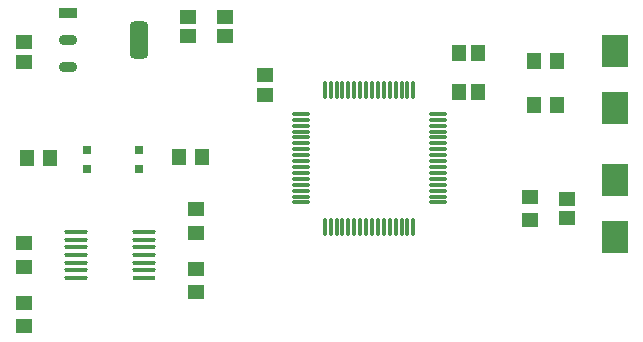
<source format=gtp>
G04*
G04 #@! TF.GenerationSoftware,Altium Limited,Altium Designer,24.2.2 (26)*
G04*
G04 Layer_Color=8421504*
%FSLAX44Y44*%
%MOMM*%
G71*
G04*
G04 #@! TF.SameCoordinates,0955CF80-6420-4CC4-8797-52894B4AD841*
G04*
G04*
G04 #@! TF.FilePolarity,Positive*
G04*
G01*
G75*
%ADD16R,1.2546X1.4562*%
%ADD17R,1.4621X1.2581*%
%ADD18R,1.4562X1.2546*%
G04:AMPARAMS|DCode=19|XSize=1.6042mm|YSize=3.1798mm|CornerRadius=0.4411mm|HoleSize=0mm|Usage=FLASHONLY|Rotation=0.000|XOffset=0mm|YOffset=0mm|HoleType=Round|Shape=RoundedRectangle|*
%AMROUNDEDRECTD19*
21,1,1.6042,2.2975,0,0,0.0*
21,1,0.7219,3.1798,0,0,0.0*
1,1,0.8823,0.3609,-1.1488*
1,1,0.8823,-0.3609,-1.1488*
1,1,0.8823,-0.3609,1.1488*
1,1,0.8823,0.3609,1.1488*
%
%ADD19ROUNDEDRECTD19*%
G04:AMPARAMS|DCode=20|XSize=1.6042mm|YSize=0.8798mm|CornerRadius=0.4399mm|HoleSize=0mm|Usage=FLASHONLY|Rotation=0.000|XOffset=0mm|YOffset=0mm|HoleType=Round|Shape=RoundedRectangle|*
%AMROUNDEDRECTD20*
21,1,1.6042,0.0000,0,0,0.0*
21,1,0.7244,0.8798,0,0,0.0*
1,1,0.8798,0.3622,0.0000*
1,1,0.8798,-0.3622,0.0000*
1,1,0.8798,-0.3622,0.0000*
1,1,0.8798,0.3622,0.0000*
%
%ADD20ROUNDEDRECTD20*%
%ADD21R,1.6042X0.8798*%
%ADD22R,0.8000X0.8000*%
%ADD23R,1.2581X1.4621*%
%ADD24R,2.2000X2.8000*%
%ADD25O,1.6000X0.3000*%
%ADD26O,0.3000X1.6000*%
G04:AMPARAMS|DCode=27|XSize=1.9554mm|YSize=0.4208mm|CornerRadius=0.2104mm|HoleSize=0mm|Usage=FLASHONLY|Rotation=180.000|XOffset=0mm|YOffset=0mm|HoleType=Round|Shape=RoundedRectangle|*
%AMROUNDEDRECTD27*
21,1,1.9554,0.0000,0,0,180.0*
21,1,1.5347,0.4208,0,0,180.0*
1,1,0.4208,-0.7673,0.0000*
1,1,0.4208,0.7673,0.0000*
1,1,0.4208,0.7673,0.0000*
1,1,0.4208,-0.7673,0.0000*
%
%ADD27ROUNDEDRECTD27*%
%ADD28R,1.9554X0.4208*%
D16*
X476122Y281400D02*
D03*
X492638D02*
D03*
Y314150D02*
D03*
X476122D02*
D03*
D17*
X108000Y102080D02*
D03*
Y82540D02*
D03*
X253670Y162000D02*
D03*
Y181540D02*
D03*
X253670Y111430D02*
D03*
Y130970D02*
D03*
X108000Y152770D02*
D03*
Y133230D02*
D03*
X536000Y192270D02*
D03*
Y172730D02*
D03*
D18*
X107800Y322998D02*
D03*
Y306482D02*
D03*
X246860Y344798D02*
D03*
Y328282D02*
D03*
X277860Y344798D02*
D03*
Y328282D02*
D03*
X567250Y174242D02*
D03*
Y190758D02*
D03*
X312250Y295008D02*
D03*
Y278492D02*
D03*
D19*
X205000Y325000D02*
D03*
D20*
X145000Y302000D02*
D03*
Y325000D02*
D03*
D21*
Y348000D02*
D03*
D22*
X161250Y231750D02*
D03*
Y215750D02*
D03*
X205000Y215500D02*
D03*
Y231500D02*
D03*
D23*
X238980Y225750D02*
D03*
X258520D02*
D03*
X110730Y225000D02*
D03*
X130270D02*
D03*
X539480Y307500D02*
D03*
X559020D02*
D03*
X539480Y270000D02*
D03*
X559020D02*
D03*
D24*
X608250Y267500D02*
D03*
Y315500D02*
D03*
Y158500D02*
D03*
Y206500D02*
D03*
D25*
X342000Y262500D02*
D03*
Y257500D02*
D03*
Y252500D02*
D03*
Y247500D02*
D03*
Y242500D02*
D03*
Y237500D02*
D03*
Y232500D02*
D03*
Y227500D02*
D03*
Y222500D02*
D03*
Y217500D02*
D03*
Y212500D02*
D03*
Y207500D02*
D03*
Y202500D02*
D03*
Y197500D02*
D03*
Y192500D02*
D03*
Y187500D02*
D03*
X458000Y187500D02*
D03*
Y192500D02*
D03*
Y197500D02*
D03*
Y202500D02*
D03*
Y207500D02*
D03*
Y212500D02*
D03*
Y217500D02*
D03*
Y222500D02*
D03*
Y227500D02*
D03*
Y232500D02*
D03*
Y237500D02*
D03*
Y242500D02*
D03*
Y247500D02*
D03*
Y252500D02*
D03*
Y257500D02*
D03*
Y262500D02*
D03*
D26*
X362500Y167000D02*
D03*
X367500D02*
D03*
X372500D02*
D03*
X377500D02*
D03*
X382500D02*
D03*
X387500D02*
D03*
X392500D02*
D03*
X397500D02*
D03*
X402500D02*
D03*
X407500D02*
D03*
X412500D02*
D03*
X417500D02*
D03*
X422500D02*
D03*
X427500D02*
D03*
X432500D02*
D03*
X437500D02*
D03*
Y283000D02*
D03*
X432500D02*
D03*
X427500D02*
D03*
X422500D02*
D03*
X417500D02*
D03*
X412500D02*
D03*
X407500D02*
D03*
X402500D02*
D03*
X397500D02*
D03*
X392500D02*
D03*
X387500D02*
D03*
X382500D02*
D03*
X377500D02*
D03*
X372500D02*
D03*
X367500D02*
D03*
X362500D02*
D03*
D27*
X151996Y123500D02*
D03*
Y130000D02*
D03*
Y136500D02*
D03*
Y143000D02*
D03*
Y149500D02*
D03*
Y156000D02*
D03*
Y162500D02*
D03*
X209504D02*
D03*
Y156000D02*
D03*
Y149500D02*
D03*
Y143000D02*
D03*
Y136500D02*
D03*
Y130000D02*
D03*
D28*
Y123500D02*
D03*
M02*

</source>
